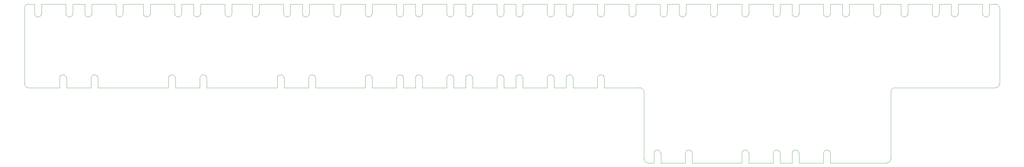
<source format=gbr>
G04 #@! TF.GenerationSoftware,KiCad,Pcbnew,(5.1.2)-2*
G04 #@! TF.CreationDate,2019-08-10T23:44:24-05:00*
G04 #@! TF.ProjectId,front_end,66726f6e-745f-4656-9e64-2e6b69636164,rev?*
G04 #@! TF.SameCoordinates,Original*
G04 #@! TF.FileFunction,Profile,NP*
%FSLAX46Y46*%
G04 Gerber Fmt 4.6, Leading zero omitted, Abs format (unit mm)*
G04 Created by KiCad (PCBNEW (5.1.2)-2) date 2019-08-10 23:44:24*
%MOMM*%
%LPD*%
G04 APERTURE LIST*
%ADD10C,0.025400*%
G04 APERTURE END LIST*
D10*
X58420000Y-128270000D02*
G75*
G02X57150000Y-127000000I0J1270000D01*
G01*
X57150000Y-104140000D02*
G75*
G02X58420000Y-102870000I1270000J0D01*
G01*
X320040000Y-129540000D02*
G75*
G02X321310000Y-128270000I1270000J0D01*
G01*
X243840000Y-128270000D02*
G75*
G02X245110000Y-129540000I0J-1270000D01*
G01*
X246380000Y-151130000D02*
G75*
G02X245110000Y-149860000I0J1270000D01*
G01*
X320040000Y-149860000D02*
G75*
G02X318770000Y-151130000I-1270000J0D01*
G01*
X351790000Y-102870000D02*
G75*
G02X353060000Y-104140000I0J-1270000D01*
G01*
X353060000Y-127000000D02*
G75*
G02X351790000Y-128270000I-1270000J0D01*
G01*
X274866100Y-151130000D02*
X259803900Y-151130000D01*
X290106100Y-151130000D02*
X286473900Y-151130000D01*
X318770000Y-151130000D02*
X301713900Y-151130000D01*
X320040000Y-129540000D02*
X320040000Y-149860000D01*
X351790000Y-128270000D02*
X321310000Y-128270000D01*
X353060000Y-104140000D02*
X353060000Y-127000000D01*
X349973900Y-102870000D02*
X351790000Y-102870000D01*
X334733900Y-102870000D02*
X338366100Y-102870000D01*
X316953900Y-102870000D02*
X323126100Y-102870000D01*
X301713900Y-102870000D02*
X305346100Y-102870000D01*
X286473900Y-102870000D02*
X290106100Y-102870000D01*
X267423900Y-102870000D02*
X274866100Y-102870000D01*
X246380000Y-151130000D02*
X248196100Y-151130000D01*
X245110000Y-129540000D02*
X245110000Y-149860000D01*
X233133900Y-128270000D02*
X243840000Y-128270000D01*
X252183900Y-102870000D02*
X255816100Y-102870000D01*
X233133900Y-102870000D02*
X240576100Y-102870000D01*
X217893900Y-128270000D02*
X221526100Y-128270000D01*
X202653900Y-128270000D02*
X206286100Y-128270000D01*
X217893900Y-102870000D02*
X221526100Y-102870000D01*
X202653900Y-102870000D02*
X206286100Y-102870000D01*
X187413900Y-102870000D02*
X191046100Y-102870000D01*
X172173900Y-102870000D02*
X175806100Y-102870000D01*
X153123900Y-102870000D02*
X160566100Y-102870000D01*
X137883900Y-102870000D02*
X141516100Y-102870000D01*
X120103900Y-102870000D02*
X126276100Y-102870000D01*
X104863900Y-102870000D02*
X108496100Y-102870000D01*
X87083900Y-102870000D02*
X93256100Y-102870000D01*
X71843900Y-102870000D02*
X75476100Y-102870000D01*
X58420000Y-102870000D02*
X60236100Y-102870000D01*
X57150000Y-127000000D02*
X57150000Y-104140000D01*
X67856100Y-128270000D02*
X58420000Y-128270000D01*
X100876100Y-128270000D02*
X79463900Y-128270000D01*
X133896100Y-128270000D02*
X112483900Y-128270000D01*
X160566100Y-128270000D02*
X145503900Y-128270000D01*
X172173900Y-128270000D02*
X175806100Y-128270000D01*
X187413900Y-128270000D02*
X191046100Y-128270000D01*
X193128900Y-128270000D02*
X200571100Y-128270000D01*
X202653900Y-128270000D02*
X202653900Y-125374400D01*
X200571102Y-125376218D02*
G75*
G02X202653900Y-125374400I1041398J1818D01*
G01*
X200571100Y-128270000D02*
X200571100Y-125374400D01*
X193128900Y-128270000D02*
X193128900Y-125374400D01*
X191046102Y-125376218D02*
G75*
G02X193128900Y-125374400I1041398J1818D01*
G01*
X191046100Y-128270000D02*
X191046100Y-125374400D01*
X284391100Y-102870000D02*
X276948900Y-102870000D01*
X274866100Y-102870000D02*
X274866100Y-105765600D01*
X276948898Y-105763782D02*
G75*
G02X274866100Y-105765600I-1041398J-1818D01*
G01*
X276948900Y-102870000D02*
X276948900Y-105765600D01*
X284391100Y-102870000D02*
X284391100Y-105765600D01*
X286473898Y-105763782D02*
G75*
G02X284391100Y-105765600I-1041398J-1818D01*
G01*
X286473900Y-102870000D02*
X286473900Y-105765600D01*
X299631100Y-102870000D02*
X292188900Y-102870000D01*
X290106100Y-102870000D02*
X290106100Y-105765600D01*
X292188898Y-105763782D02*
G75*
G02X290106100Y-105765600I-1041398J-1818D01*
G01*
X292188900Y-102870000D02*
X292188900Y-105765600D01*
X299631100Y-102870000D02*
X299631100Y-105765600D01*
X301713898Y-105763782D02*
G75*
G02X299631100Y-105765600I-1041398J-1818D01*
G01*
X301713900Y-102870000D02*
X301713900Y-105765600D01*
X314871100Y-102870000D02*
X307428900Y-102870000D01*
X305346100Y-102870000D02*
X305346100Y-105765600D01*
X307428898Y-105763782D02*
G75*
G02X305346100Y-105765600I-1041398J-1818D01*
G01*
X307428900Y-102870000D02*
X307428900Y-105765600D01*
X314871100Y-102870000D02*
X314871100Y-105765600D01*
X316953898Y-105763782D02*
G75*
G02X314871100Y-105765600I-1041398J-1818D01*
G01*
X316953900Y-102870000D02*
X316953900Y-105765600D01*
X332651100Y-102870000D02*
X325208900Y-102870000D01*
X323126100Y-102870000D02*
X323126100Y-105765600D01*
X325208898Y-105763782D02*
G75*
G02X323126100Y-105765600I-1041398J-1818D01*
G01*
X325208900Y-102870000D02*
X325208900Y-105765600D01*
X332651100Y-102870000D02*
X332651100Y-105765600D01*
X334733898Y-105763782D02*
G75*
G02X332651100Y-105765600I-1041398J-1818D01*
G01*
X334733900Y-102870000D02*
X334733900Y-105765600D01*
X347891100Y-102870000D02*
X340448900Y-102870000D01*
X338366100Y-102870000D02*
X338366100Y-105765600D01*
X340448898Y-105763782D02*
G75*
G02X338366100Y-105765600I-1041398J-1818D01*
G01*
X340448900Y-102870000D02*
X340448900Y-105765600D01*
X347891100Y-102870000D02*
X347891100Y-105765600D01*
X349973898Y-105763782D02*
G75*
G02X347891100Y-105765600I-1041398J-1818D01*
G01*
X349973900Y-102870000D02*
X349973900Y-105765600D01*
X292188900Y-151130000D02*
X299631100Y-151130000D01*
X301713900Y-151130000D02*
X301713900Y-148234400D01*
X299631102Y-148236218D02*
G75*
G02X301713900Y-148234400I1041398J1818D01*
G01*
X299631100Y-151130000D02*
X299631100Y-148234400D01*
X292188900Y-151130000D02*
X292188900Y-148234400D01*
X290106102Y-148236218D02*
G75*
G02X292188900Y-148234400I1041398J1818D01*
G01*
X290106100Y-151130000D02*
X290106100Y-148234400D01*
X276948900Y-151130000D02*
X284391100Y-151130000D01*
X286473900Y-151130000D02*
X286473900Y-148234400D01*
X284391102Y-148236218D02*
G75*
G02X286473900Y-148234400I1041398J1818D01*
G01*
X284391100Y-151130000D02*
X284391100Y-148234400D01*
X276948900Y-151130000D02*
X276948900Y-148234400D01*
X274866102Y-148236218D02*
G75*
G02X276948900Y-148234400I1041398J1818D01*
G01*
X274866100Y-151130000D02*
X274866100Y-148234400D01*
X250101100Y-102870000D02*
X242658900Y-102870000D01*
X240576100Y-102870000D02*
X240576100Y-105765600D01*
X242658898Y-105763782D02*
G75*
G02X240576100Y-105765600I-1041398J-1818D01*
G01*
X242658900Y-102870000D02*
X242658900Y-105765600D01*
X250101100Y-102870000D02*
X250101100Y-105765600D01*
X252183898Y-105763782D02*
G75*
G02X250101100Y-105765600I-1041398J-1818D01*
G01*
X252183900Y-102870000D02*
X252183900Y-105765600D01*
X265341100Y-102870000D02*
X257898900Y-102870000D01*
X255816100Y-102870000D02*
X255816100Y-105765600D01*
X257898898Y-105763782D02*
G75*
G02X255816100Y-105765600I-1041398J-1818D01*
G01*
X257898900Y-102870000D02*
X257898900Y-105765600D01*
X265341100Y-102870000D02*
X265341100Y-105765600D01*
X267423898Y-105763782D02*
G75*
G02X265341100Y-105765600I-1041398J-1818D01*
G01*
X267423900Y-102870000D02*
X267423900Y-105765600D01*
X69761100Y-102870000D02*
X62318900Y-102870000D01*
X60236100Y-102870000D02*
X60236100Y-105765600D01*
X62318898Y-105763782D02*
G75*
G02X60236100Y-105765600I-1041398J-1818D01*
G01*
X62318900Y-102870000D02*
X62318900Y-105765600D01*
X69761100Y-102870000D02*
X69761100Y-105765600D01*
X71843898Y-105763782D02*
G75*
G02X69761100Y-105765600I-1041398J-1818D01*
G01*
X71843900Y-102870000D02*
X71843900Y-105765600D01*
X85001100Y-102870000D02*
X77558900Y-102870000D01*
X75476100Y-102870000D02*
X75476100Y-105765600D01*
X77558898Y-105763782D02*
G75*
G02X75476100Y-105765600I-1041398J-1818D01*
G01*
X77558900Y-102870000D02*
X77558900Y-105765600D01*
X85001100Y-102870000D02*
X85001100Y-105765600D01*
X87083898Y-105763782D02*
G75*
G02X85001100Y-105765600I-1041398J-1818D01*
G01*
X87083900Y-102870000D02*
X87083900Y-105765600D01*
X102781100Y-102870000D02*
X95338900Y-102870000D01*
X93256100Y-102870000D02*
X93256100Y-105765600D01*
X95338898Y-105763782D02*
G75*
G02X93256100Y-105765600I-1041398J-1818D01*
G01*
X95338900Y-102870000D02*
X95338900Y-105765600D01*
X102781100Y-102870000D02*
X102781100Y-105765600D01*
X104863898Y-105763782D02*
G75*
G02X102781100Y-105765600I-1041398J-1818D01*
G01*
X104863900Y-102870000D02*
X104863900Y-105765600D01*
X118021100Y-102870000D02*
X110578900Y-102870000D01*
X108496100Y-102870000D02*
X108496100Y-105765600D01*
X110578898Y-105763782D02*
G75*
G02X108496100Y-105765600I-1041398J-1818D01*
G01*
X110578900Y-102870000D02*
X110578900Y-105765600D01*
X118021100Y-102870000D02*
X118021100Y-105765600D01*
X120103898Y-105763782D02*
G75*
G02X118021100Y-105765600I-1041398J-1818D01*
G01*
X120103900Y-102870000D02*
X120103900Y-105765600D01*
X135801100Y-102870000D02*
X128358900Y-102870000D01*
X126276100Y-102870000D02*
X126276100Y-105765600D01*
X128358898Y-105763782D02*
G75*
G02X126276100Y-105765600I-1041398J-1818D01*
G01*
X128358900Y-102870000D02*
X128358900Y-105765600D01*
X135801100Y-102870000D02*
X135801100Y-105765600D01*
X137883898Y-105763782D02*
G75*
G02X135801100Y-105765600I-1041398J-1818D01*
G01*
X137883900Y-102870000D02*
X137883900Y-105765600D01*
X151041100Y-102870000D02*
X143598900Y-102870000D01*
X141516100Y-102870000D02*
X141516100Y-105765600D01*
X143598898Y-105763782D02*
G75*
G02X141516100Y-105765600I-1041398J-1818D01*
G01*
X143598900Y-102870000D02*
X143598900Y-105765600D01*
X151041100Y-102870000D02*
X151041100Y-105765600D01*
X153123898Y-105763782D02*
G75*
G02X151041100Y-105765600I-1041398J-1818D01*
G01*
X153123900Y-102870000D02*
X153123900Y-105765600D01*
X69938900Y-128270000D02*
X77381100Y-128270000D01*
X79463900Y-128270000D02*
X79463900Y-125374400D01*
X77381102Y-125376218D02*
G75*
G02X79463900Y-125374400I1041398J1818D01*
G01*
X77381100Y-128270000D02*
X77381100Y-125374400D01*
X69938900Y-128270000D02*
X69938900Y-125374400D01*
X67856102Y-125376218D02*
G75*
G02X69938900Y-125374400I1041398J1818D01*
G01*
X67856100Y-128270000D02*
X67856100Y-125374400D01*
X102958900Y-128270000D02*
X110401100Y-128270000D01*
X112483900Y-128270000D02*
X112483900Y-125374400D01*
X110401102Y-125376218D02*
G75*
G02X112483900Y-125374400I1041398J1818D01*
G01*
X110401100Y-128270000D02*
X110401100Y-125374400D01*
X102958900Y-128270000D02*
X102958900Y-125374400D01*
X100876102Y-125376218D02*
G75*
G02X102958900Y-125374400I1041398J1818D01*
G01*
X100876100Y-128270000D02*
X100876100Y-125374400D01*
X135978900Y-128270000D02*
X143421100Y-128270000D01*
X145503900Y-128270000D02*
X145503900Y-125374400D01*
X143421102Y-125376218D02*
G75*
G02X145503900Y-125374400I1041398J1818D01*
G01*
X143421100Y-128270000D02*
X143421100Y-125374400D01*
X135978900Y-128270000D02*
X135978900Y-125374400D01*
X133896102Y-125376218D02*
G75*
G02X135978900Y-125374400I1041398J1818D01*
G01*
X133896100Y-128270000D02*
X133896100Y-125374400D01*
X250278900Y-151130000D02*
X257721100Y-151130000D01*
X259803900Y-151130000D02*
X259803900Y-148234400D01*
X257721102Y-148236218D02*
G75*
G02X259803900Y-148234400I1041398J1818D01*
G01*
X257721100Y-151130000D02*
X257721100Y-148234400D01*
X250278900Y-151130000D02*
X250278900Y-148234400D01*
X248196102Y-148236218D02*
G75*
G02X250278900Y-148234400I1041398J1818D01*
G01*
X248196100Y-151130000D02*
X248196100Y-148234400D01*
X170091100Y-102870000D02*
X162648900Y-102870000D01*
X160566100Y-102870000D02*
X160566100Y-105765600D01*
X162648898Y-105763782D02*
G75*
G02X160566100Y-105765600I-1041398J-1818D01*
G01*
X162648900Y-102870000D02*
X162648900Y-105765600D01*
X170091100Y-102870000D02*
X170091100Y-105765600D01*
X172173898Y-105763782D02*
G75*
G02X170091100Y-105765600I-1041398J-1818D01*
G01*
X172173900Y-102870000D02*
X172173900Y-105765600D01*
X185331100Y-102870000D02*
X177888900Y-102870000D01*
X175806100Y-102870000D02*
X175806100Y-105765600D01*
X177888898Y-105763782D02*
G75*
G02X175806100Y-105765600I-1041398J-1818D01*
G01*
X177888900Y-102870000D02*
X177888900Y-105765600D01*
X185331100Y-102870000D02*
X185331100Y-105765600D01*
X187413898Y-105763782D02*
G75*
G02X185331100Y-105765600I-1041398J-1818D01*
G01*
X187413900Y-102870000D02*
X187413900Y-105765600D01*
X200571100Y-102870000D02*
X193128900Y-102870000D01*
X191046100Y-102870000D02*
X191046100Y-105765600D01*
X193128898Y-105763782D02*
G75*
G02X191046100Y-105765600I-1041398J-1818D01*
G01*
X193128900Y-102870000D02*
X193128900Y-105765600D01*
X200571100Y-102870000D02*
X200571100Y-105765600D01*
X202653898Y-105763782D02*
G75*
G02X200571100Y-105765600I-1041398J-1818D01*
G01*
X202653900Y-102870000D02*
X202653900Y-105765600D01*
X215811100Y-102870000D02*
X208368900Y-102870000D01*
X206286100Y-102870000D02*
X206286100Y-105765600D01*
X208368898Y-105763782D02*
G75*
G02X206286100Y-105765600I-1041398J-1818D01*
G01*
X208368900Y-102870000D02*
X208368900Y-105765600D01*
X215811100Y-102870000D02*
X215811100Y-105765600D01*
X217893898Y-105763782D02*
G75*
G02X215811100Y-105765600I-1041398J-1818D01*
G01*
X217893900Y-102870000D02*
X217893900Y-105765600D01*
X223608900Y-128270000D02*
X231051100Y-128270000D01*
X233133900Y-128270000D02*
X233133900Y-125374400D01*
X231051102Y-125376218D02*
G75*
G02X233133900Y-125374400I1041398J1818D01*
G01*
X231051100Y-128270000D02*
X231051100Y-125374400D01*
X223608900Y-128270000D02*
X223608900Y-125374400D01*
X221526102Y-125376218D02*
G75*
G02X223608900Y-125374400I1041398J1818D01*
G01*
X221526100Y-128270000D02*
X221526100Y-125374400D01*
X162648900Y-128270000D02*
X170091100Y-128270000D01*
X172173900Y-128270000D02*
X172173900Y-125374400D01*
X170091102Y-125376218D02*
G75*
G02X172173900Y-125374400I1041398J1818D01*
G01*
X170091100Y-128270000D02*
X170091100Y-125374400D01*
X162648900Y-128270000D02*
X162648900Y-125374400D01*
X160566102Y-125376218D02*
G75*
G02X162648900Y-125374400I1041398J1818D01*
G01*
X160566100Y-128270000D02*
X160566100Y-125374400D01*
X177888900Y-128270000D02*
X185331100Y-128270000D01*
X187413900Y-128270000D02*
X187413900Y-125374400D01*
X185331102Y-125376218D02*
G75*
G02X187413900Y-125374400I1041398J1818D01*
G01*
X185331100Y-128270000D02*
X185331100Y-125374400D01*
X177888900Y-128270000D02*
X177888900Y-125374400D01*
X175806102Y-125376218D02*
G75*
G02X177888900Y-125374400I1041398J1818D01*
G01*
X175806100Y-128270000D02*
X175806100Y-125374400D01*
X208368900Y-128270000D02*
X215811100Y-128270000D01*
X217893900Y-128270000D02*
X217893900Y-125374400D01*
X215811102Y-125376218D02*
G75*
G02X217893900Y-125374400I1041398J1818D01*
G01*
X215811100Y-128270000D02*
X215811100Y-125374400D01*
X208368900Y-128270000D02*
X208368900Y-125374400D01*
X206286102Y-125376218D02*
G75*
G02X208368900Y-125374400I1041398J1818D01*
G01*
X206286100Y-128270000D02*
X206286100Y-125374400D01*
X231051100Y-102870000D02*
X223608900Y-102870000D01*
X221526100Y-102870000D02*
X221526100Y-105765600D01*
X223608898Y-105763782D02*
G75*
G02X221526100Y-105765600I-1041398J-1818D01*
G01*
X223608900Y-102870000D02*
X223608900Y-105765600D01*
X231051100Y-102870000D02*
X231051100Y-105765600D01*
X233133898Y-105763782D02*
G75*
G02X231051100Y-105765600I-1041398J-1818D01*
G01*
X233133900Y-102870000D02*
X233133900Y-105765600D01*
M02*

</source>
